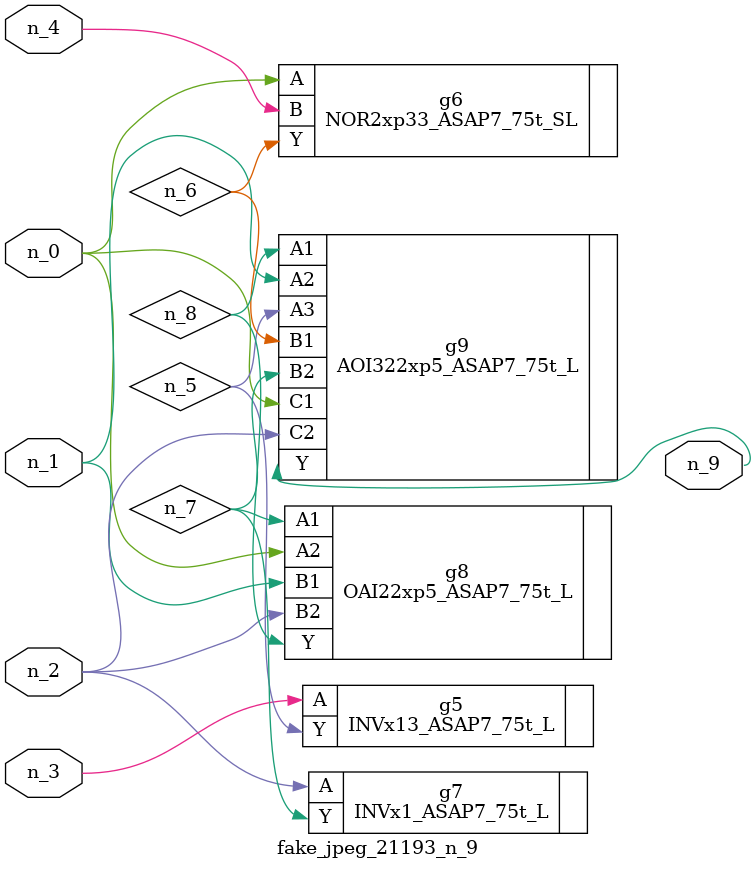
<source format=v>
module fake_jpeg_21193_n_9 (n_3, n_2, n_1, n_0, n_4, n_9);

input n_3;
input n_2;
input n_1;
input n_0;
input n_4;

output n_9;

wire n_8;
wire n_6;
wire n_5;
wire n_7;

INVx13_ASAP7_75t_L g5 ( 
.A(n_3),
.Y(n_5)
);

NOR2xp33_ASAP7_75t_SL g6 ( 
.A(n_0),
.B(n_4),
.Y(n_6)
);

INVx1_ASAP7_75t_L g7 ( 
.A(n_2),
.Y(n_7)
);

OAI22xp5_ASAP7_75t_L g8 ( 
.A1(n_7),
.A2(n_0),
.B1(n_1),
.B2(n_2),
.Y(n_8)
);

AOI322xp5_ASAP7_75t_L g9 ( 
.A1(n_8),
.A2(n_1),
.A3(n_5),
.B1(n_6),
.B2(n_7),
.C1(n_0),
.C2(n_2),
.Y(n_9)
);


endmodule
</source>
